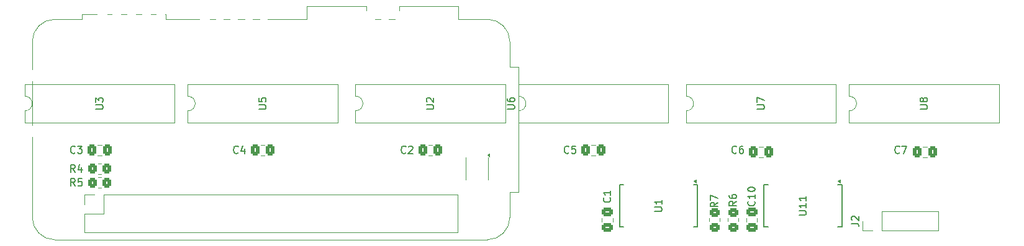
<source format=gbr>
%TF.GenerationSoftware,KiCad,Pcbnew,8.0.4+dfsg-1*%
%TF.CreationDate,2025-02-17T17:51:02+01:00*%
%TF.ProjectId,nixie-clock,6e697869-652d-4636-9c6f-636b2e6b6963,rev?*%
%TF.SameCoordinates,Original*%
%TF.FileFunction,Legend,Top*%
%TF.FilePolarity,Positive*%
%FSLAX46Y46*%
G04 Gerber Fmt 4.6, Leading zero omitted, Abs format (unit mm)*
G04 Created by KiCad (PCBNEW 8.0.4+dfsg-1) date 2025-02-17 17:51:02*
%MOMM*%
%LPD*%
G01*
G04 APERTURE LIST*
G04 Aperture macros list*
%AMRoundRect*
0 Rectangle with rounded corners*
0 $1 Rounding radius*
0 $2 $3 $4 $5 $6 $7 $8 $9 X,Y pos of 4 corners*
0 Add a 4 corners polygon primitive as box body*
4,1,4,$2,$3,$4,$5,$6,$7,$8,$9,$2,$3,0*
0 Add four circle primitives for the rounded corners*
1,1,$1+$1,$2,$3*
1,1,$1+$1,$4,$5*
1,1,$1+$1,$6,$7*
1,1,$1+$1,$8,$9*
0 Add four rect primitives between the rounded corners*
20,1,$1+$1,$2,$3,$4,$5,0*
20,1,$1+$1,$4,$5,$6,$7,0*
20,1,$1+$1,$6,$7,$8,$9,0*
20,1,$1+$1,$8,$9,$2,$3,0*%
G04 Aperture macros list end*
%ADD10C,0.150000*%
%ADD11C,0.120000*%
%ADD12R,0.450000X1.750000*%
%ADD13RoundRect,0.250000X0.337500X0.475000X-0.337500X0.475000X-0.337500X-0.475000X0.337500X-0.475000X0*%
%ADD14R,1.700000X1.700000*%
%ADD15O,1.700000X1.700000*%
%ADD16R,1.600000X1.600000*%
%ADD17O,1.600000X1.600000*%
%ADD18RoundRect,0.250000X0.450000X-0.350000X0.450000X0.350000X-0.450000X0.350000X-0.450000X-0.350000X0*%
%ADD19RoundRect,0.250000X-0.475000X0.337500X-0.475000X-0.337500X0.475000X-0.337500X0.475000X0.337500X0*%
%ADD20RoundRect,0.250000X-0.350000X-0.450000X0.350000X-0.450000X0.350000X0.450000X-0.350000X0.450000X0*%
%ADD21C,4.700000*%
%ADD22C,6.000000*%
%ADD23R,0.300000X1.600000*%
%ADD24R,1.350000X1.350000*%
%ADD25O,1.350000X1.350000*%
G04 APERTURE END LIST*
D10*
X163284819Y-115696904D02*
X164094342Y-115696904D01*
X164094342Y-115696904D02*
X164189580Y-115649285D01*
X164189580Y-115649285D02*
X164237200Y-115601666D01*
X164237200Y-115601666D02*
X164284819Y-115506428D01*
X164284819Y-115506428D02*
X164284819Y-115315952D01*
X164284819Y-115315952D02*
X164237200Y-115220714D01*
X164237200Y-115220714D02*
X164189580Y-115173095D01*
X164189580Y-115173095D02*
X164094342Y-115125476D01*
X164094342Y-115125476D02*
X163284819Y-115125476D01*
X164284819Y-114125476D02*
X164284819Y-114696904D01*
X164284819Y-114411190D02*
X163284819Y-114411190D01*
X163284819Y-114411190D02*
X163427676Y-114506428D01*
X163427676Y-114506428D02*
X163522914Y-114601666D01*
X163522914Y-114601666D02*
X163570533Y-114696904D01*
X196683333Y-107674580D02*
X196635714Y-107722200D01*
X196635714Y-107722200D02*
X196492857Y-107769819D01*
X196492857Y-107769819D02*
X196397619Y-107769819D01*
X196397619Y-107769819D02*
X196254762Y-107722200D01*
X196254762Y-107722200D02*
X196159524Y-107626961D01*
X196159524Y-107626961D02*
X196111905Y-107531723D01*
X196111905Y-107531723D02*
X196064286Y-107341247D01*
X196064286Y-107341247D02*
X196064286Y-107198390D01*
X196064286Y-107198390D02*
X196111905Y-107007914D01*
X196111905Y-107007914D02*
X196159524Y-106912676D01*
X196159524Y-106912676D02*
X196254762Y-106817438D01*
X196254762Y-106817438D02*
X196397619Y-106769819D01*
X196397619Y-106769819D02*
X196492857Y-106769819D01*
X196492857Y-106769819D02*
X196635714Y-106817438D01*
X196635714Y-106817438D02*
X196683333Y-106865057D01*
X197016667Y-106769819D02*
X197683333Y-106769819D01*
X197683333Y-106769819D02*
X197254762Y-107769819D01*
X190124819Y-117333333D02*
X190839104Y-117333333D01*
X190839104Y-117333333D02*
X190981961Y-117380952D01*
X190981961Y-117380952D02*
X191077200Y-117476190D01*
X191077200Y-117476190D02*
X191124819Y-117619047D01*
X191124819Y-117619047D02*
X191124819Y-117714285D01*
X190220057Y-116904761D02*
X190172438Y-116857142D01*
X190172438Y-116857142D02*
X190124819Y-116761904D01*
X190124819Y-116761904D02*
X190124819Y-116523809D01*
X190124819Y-116523809D02*
X190172438Y-116428571D01*
X190172438Y-116428571D02*
X190220057Y-116380952D01*
X190220057Y-116380952D02*
X190315295Y-116333333D01*
X190315295Y-116333333D02*
X190410533Y-116333333D01*
X190410533Y-116333333D02*
X190553390Y-116380952D01*
X190553390Y-116380952D02*
X191124819Y-116952380D01*
X191124819Y-116952380D02*
X191124819Y-116333333D01*
X143189819Y-101716904D02*
X143999342Y-101716904D01*
X143999342Y-101716904D02*
X144094580Y-101669285D01*
X144094580Y-101669285D02*
X144142200Y-101621666D01*
X144142200Y-101621666D02*
X144189819Y-101526428D01*
X144189819Y-101526428D02*
X144189819Y-101335952D01*
X144189819Y-101335952D02*
X144142200Y-101240714D01*
X144142200Y-101240714D02*
X144094580Y-101193095D01*
X144094580Y-101193095D02*
X143999342Y-101145476D01*
X143999342Y-101145476D02*
X143189819Y-101145476D01*
X143189819Y-100240714D02*
X143189819Y-100431190D01*
X143189819Y-100431190D02*
X143237438Y-100526428D01*
X143237438Y-100526428D02*
X143285057Y-100574047D01*
X143285057Y-100574047D02*
X143427914Y-100669285D01*
X143427914Y-100669285D02*
X143618390Y-100716904D01*
X143618390Y-100716904D02*
X143999342Y-100716904D01*
X143999342Y-100716904D02*
X144094580Y-100669285D01*
X144094580Y-100669285D02*
X144142200Y-100621666D01*
X144142200Y-100621666D02*
X144189819Y-100526428D01*
X144189819Y-100526428D02*
X144189819Y-100335952D01*
X144189819Y-100335952D02*
X144142200Y-100240714D01*
X144142200Y-100240714D02*
X144094580Y-100193095D01*
X144094580Y-100193095D02*
X143999342Y-100145476D01*
X143999342Y-100145476D02*
X143761247Y-100145476D01*
X143761247Y-100145476D02*
X143666009Y-100193095D01*
X143666009Y-100193095D02*
X143618390Y-100240714D01*
X143618390Y-100240714D02*
X143570771Y-100335952D01*
X143570771Y-100335952D02*
X143570771Y-100526428D01*
X143570771Y-100526428D02*
X143618390Y-100621666D01*
X143618390Y-100621666D02*
X143666009Y-100669285D01*
X143666009Y-100669285D02*
X143761247Y-100716904D01*
X171904819Y-114466666D02*
X171428628Y-114799999D01*
X171904819Y-115038094D02*
X170904819Y-115038094D01*
X170904819Y-115038094D02*
X170904819Y-114657142D01*
X170904819Y-114657142D02*
X170952438Y-114561904D01*
X170952438Y-114561904D02*
X171000057Y-114514285D01*
X171000057Y-114514285D02*
X171095295Y-114466666D01*
X171095295Y-114466666D02*
X171238152Y-114466666D01*
X171238152Y-114466666D02*
X171333390Y-114514285D01*
X171333390Y-114514285D02*
X171381009Y-114561904D01*
X171381009Y-114561904D02*
X171428628Y-114657142D01*
X171428628Y-114657142D02*
X171428628Y-115038094D01*
X170904819Y-114133332D02*
X170904819Y-113466666D01*
X170904819Y-113466666D02*
X171904819Y-113895237D01*
X176889580Y-114307857D02*
X176937200Y-114355476D01*
X176937200Y-114355476D02*
X176984819Y-114498333D01*
X176984819Y-114498333D02*
X176984819Y-114593571D01*
X176984819Y-114593571D02*
X176937200Y-114736428D01*
X176937200Y-114736428D02*
X176841961Y-114831666D01*
X176841961Y-114831666D02*
X176746723Y-114879285D01*
X176746723Y-114879285D02*
X176556247Y-114926904D01*
X176556247Y-114926904D02*
X176413390Y-114926904D01*
X176413390Y-114926904D02*
X176222914Y-114879285D01*
X176222914Y-114879285D02*
X176127676Y-114831666D01*
X176127676Y-114831666D02*
X176032438Y-114736428D01*
X176032438Y-114736428D02*
X175984819Y-114593571D01*
X175984819Y-114593571D02*
X175984819Y-114498333D01*
X175984819Y-114498333D02*
X176032438Y-114355476D01*
X176032438Y-114355476D02*
X176080057Y-114307857D01*
X176984819Y-113355476D02*
X176984819Y-113926904D01*
X176984819Y-113641190D02*
X175984819Y-113641190D01*
X175984819Y-113641190D02*
X176127676Y-113736428D01*
X176127676Y-113736428D02*
X176222914Y-113831666D01*
X176222914Y-113831666D02*
X176270533Y-113926904D01*
X175984819Y-112736428D02*
X175984819Y-112641190D01*
X175984819Y-112641190D02*
X176032438Y-112545952D01*
X176032438Y-112545952D02*
X176080057Y-112498333D01*
X176080057Y-112498333D02*
X176175295Y-112450714D01*
X176175295Y-112450714D02*
X176365771Y-112403095D01*
X176365771Y-112403095D02*
X176603866Y-112403095D01*
X176603866Y-112403095D02*
X176794342Y-112450714D01*
X176794342Y-112450714D02*
X176889580Y-112498333D01*
X176889580Y-112498333D02*
X176937200Y-112545952D01*
X176937200Y-112545952D02*
X176984819Y-112641190D01*
X176984819Y-112641190D02*
X176984819Y-112736428D01*
X176984819Y-112736428D02*
X176937200Y-112831666D01*
X176937200Y-112831666D02*
X176889580Y-112879285D01*
X176889580Y-112879285D02*
X176794342Y-112926904D01*
X176794342Y-112926904D02*
X176603866Y-112974523D01*
X176603866Y-112974523D02*
X176365771Y-112974523D01*
X176365771Y-112974523D02*
X176175295Y-112926904D01*
X176175295Y-112926904D02*
X176080057Y-112879285D01*
X176080057Y-112879285D02*
X176032438Y-112831666D01*
X176032438Y-112831666D02*
X175984819Y-112736428D01*
X199479819Y-101726904D02*
X200289342Y-101726904D01*
X200289342Y-101726904D02*
X200384580Y-101679285D01*
X200384580Y-101679285D02*
X200432200Y-101631666D01*
X200432200Y-101631666D02*
X200479819Y-101536428D01*
X200479819Y-101536428D02*
X200479819Y-101345952D01*
X200479819Y-101345952D02*
X200432200Y-101250714D01*
X200432200Y-101250714D02*
X200384580Y-101203095D01*
X200384580Y-101203095D02*
X200289342Y-101155476D01*
X200289342Y-101155476D02*
X199479819Y-101155476D01*
X199908390Y-100536428D02*
X199860771Y-100631666D01*
X199860771Y-100631666D02*
X199813152Y-100679285D01*
X199813152Y-100679285D02*
X199717914Y-100726904D01*
X199717914Y-100726904D02*
X199670295Y-100726904D01*
X199670295Y-100726904D02*
X199575057Y-100679285D01*
X199575057Y-100679285D02*
X199527438Y-100631666D01*
X199527438Y-100631666D02*
X199479819Y-100536428D01*
X199479819Y-100536428D02*
X199479819Y-100345952D01*
X199479819Y-100345952D02*
X199527438Y-100250714D01*
X199527438Y-100250714D02*
X199575057Y-100203095D01*
X199575057Y-100203095D02*
X199670295Y-100155476D01*
X199670295Y-100155476D02*
X199717914Y-100155476D01*
X199717914Y-100155476D02*
X199813152Y-100203095D01*
X199813152Y-100203095D02*
X199860771Y-100250714D01*
X199860771Y-100250714D02*
X199908390Y-100345952D01*
X199908390Y-100345952D02*
X199908390Y-100536428D01*
X199908390Y-100536428D02*
X199956009Y-100631666D01*
X199956009Y-100631666D02*
X200003628Y-100679285D01*
X200003628Y-100679285D02*
X200098866Y-100726904D01*
X200098866Y-100726904D02*
X200289342Y-100726904D01*
X200289342Y-100726904D02*
X200384580Y-100679285D01*
X200384580Y-100679285D02*
X200432200Y-100631666D01*
X200432200Y-100631666D02*
X200479819Y-100536428D01*
X200479819Y-100536428D02*
X200479819Y-100345952D01*
X200479819Y-100345952D02*
X200432200Y-100250714D01*
X200432200Y-100250714D02*
X200384580Y-100203095D01*
X200384580Y-100203095D02*
X200289342Y-100155476D01*
X200289342Y-100155476D02*
X200098866Y-100155476D01*
X200098866Y-100155476D02*
X200003628Y-100203095D01*
X200003628Y-100203095D02*
X199956009Y-100250714D01*
X199956009Y-100250714D02*
X199908390Y-100345952D01*
X87084819Y-101726904D02*
X87894342Y-101726904D01*
X87894342Y-101726904D02*
X87989580Y-101679285D01*
X87989580Y-101679285D02*
X88037200Y-101631666D01*
X88037200Y-101631666D02*
X88084819Y-101536428D01*
X88084819Y-101536428D02*
X88084819Y-101345952D01*
X88084819Y-101345952D02*
X88037200Y-101250714D01*
X88037200Y-101250714D02*
X87989580Y-101203095D01*
X87989580Y-101203095D02*
X87894342Y-101155476D01*
X87894342Y-101155476D02*
X87084819Y-101155476D01*
X87084819Y-100774523D02*
X87084819Y-100155476D01*
X87084819Y-100155476D02*
X87465771Y-100488809D01*
X87465771Y-100488809D02*
X87465771Y-100345952D01*
X87465771Y-100345952D02*
X87513390Y-100250714D01*
X87513390Y-100250714D02*
X87561009Y-100203095D01*
X87561009Y-100203095D02*
X87656247Y-100155476D01*
X87656247Y-100155476D02*
X87894342Y-100155476D01*
X87894342Y-100155476D02*
X87989580Y-100203095D01*
X87989580Y-100203095D02*
X88037200Y-100250714D01*
X88037200Y-100250714D02*
X88084819Y-100345952D01*
X88084819Y-100345952D02*
X88084819Y-100631666D01*
X88084819Y-100631666D02*
X88037200Y-100726904D01*
X88037200Y-100726904D02*
X87989580Y-100774523D01*
X132169819Y-101716904D02*
X132979342Y-101716904D01*
X132979342Y-101716904D02*
X133074580Y-101669285D01*
X133074580Y-101669285D02*
X133122200Y-101621666D01*
X133122200Y-101621666D02*
X133169819Y-101526428D01*
X133169819Y-101526428D02*
X133169819Y-101335952D01*
X133169819Y-101335952D02*
X133122200Y-101240714D01*
X133122200Y-101240714D02*
X133074580Y-101193095D01*
X133074580Y-101193095D02*
X132979342Y-101145476D01*
X132979342Y-101145476D02*
X132169819Y-101145476D01*
X132265057Y-100716904D02*
X132217438Y-100669285D01*
X132217438Y-100669285D02*
X132169819Y-100574047D01*
X132169819Y-100574047D02*
X132169819Y-100335952D01*
X132169819Y-100335952D02*
X132217438Y-100240714D01*
X132217438Y-100240714D02*
X132265057Y-100193095D01*
X132265057Y-100193095D02*
X132360295Y-100145476D01*
X132360295Y-100145476D02*
X132455533Y-100145476D01*
X132455533Y-100145476D02*
X132598390Y-100193095D01*
X132598390Y-100193095D02*
X133169819Y-100764523D01*
X133169819Y-100764523D02*
X133169819Y-100145476D01*
X84288333Y-112214819D02*
X83955000Y-111738628D01*
X83716905Y-112214819D02*
X83716905Y-111214819D01*
X83716905Y-111214819D02*
X84097857Y-111214819D01*
X84097857Y-111214819D02*
X84193095Y-111262438D01*
X84193095Y-111262438D02*
X84240714Y-111310057D01*
X84240714Y-111310057D02*
X84288333Y-111405295D01*
X84288333Y-111405295D02*
X84288333Y-111548152D01*
X84288333Y-111548152D02*
X84240714Y-111643390D01*
X84240714Y-111643390D02*
X84193095Y-111691009D01*
X84193095Y-111691009D02*
X84097857Y-111738628D01*
X84097857Y-111738628D02*
X83716905Y-111738628D01*
X85193095Y-111214819D02*
X84716905Y-111214819D01*
X84716905Y-111214819D02*
X84669286Y-111691009D01*
X84669286Y-111691009D02*
X84716905Y-111643390D01*
X84716905Y-111643390D02*
X84812143Y-111595771D01*
X84812143Y-111595771D02*
X85050238Y-111595771D01*
X85050238Y-111595771D02*
X85145476Y-111643390D01*
X85145476Y-111643390D02*
X85193095Y-111691009D01*
X85193095Y-111691009D02*
X85240714Y-111786247D01*
X85240714Y-111786247D02*
X85240714Y-112024342D01*
X85240714Y-112024342D02*
X85193095Y-112119580D01*
X85193095Y-112119580D02*
X85145476Y-112167200D01*
X85145476Y-112167200D02*
X85050238Y-112214819D01*
X85050238Y-112214819D02*
X84812143Y-112214819D01*
X84812143Y-112214819D02*
X84716905Y-112167200D01*
X84716905Y-112167200D02*
X84669286Y-112119580D01*
X174444819Y-114311666D02*
X173968628Y-114644999D01*
X174444819Y-114883094D02*
X173444819Y-114883094D01*
X173444819Y-114883094D02*
X173444819Y-114502142D01*
X173444819Y-114502142D02*
X173492438Y-114406904D01*
X173492438Y-114406904D02*
X173540057Y-114359285D01*
X173540057Y-114359285D02*
X173635295Y-114311666D01*
X173635295Y-114311666D02*
X173778152Y-114311666D01*
X173778152Y-114311666D02*
X173873390Y-114359285D01*
X173873390Y-114359285D02*
X173921009Y-114406904D01*
X173921009Y-114406904D02*
X173968628Y-114502142D01*
X173968628Y-114502142D02*
X173968628Y-114883094D01*
X173444819Y-113454523D02*
X173444819Y-113644999D01*
X173444819Y-113644999D02*
X173492438Y-113740237D01*
X173492438Y-113740237D02*
X173540057Y-113787856D01*
X173540057Y-113787856D02*
X173682914Y-113883094D01*
X173682914Y-113883094D02*
X173873390Y-113930713D01*
X173873390Y-113930713D02*
X174254342Y-113930713D01*
X174254342Y-113930713D02*
X174349580Y-113883094D01*
X174349580Y-113883094D02*
X174397200Y-113835475D01*
X174397200Y-113835475D02*
X174444819Y-113740237D01*
X174444819Y-113740237D02*
X174444819Y-113549761D01*
X174444819Y-113549761D02*
X174397200Y-113454523D01*
X174397200Y-113454523D02*
X174349580Y-113406904D01*
X174349580Y-113406904D02*
X174254342Y-113359285D01*
X174254342Y-113359285D02*
X174016247Y-113359285D01*
X174016247Y-113359285D02*
X173921009Y-113406904D01*
X173921009Y-113406904D02*
X173873390Y-113454523D01*
X173873390Y-113454523D02*
X173825771Y-113549761D01*
X173825771Y-113549761D02*
X173825771Y-113740237D01*
X173825771Y-113740237D02*
X173873390Y-113835475D01*
X173873390Y-113835475D02*
X173921009Y-113883094D01*
X173921009Y-113883094D02*
X174016247Y-113930713D01*
X177254819Y-101726904D02*
X178064342Y-101726904D01*
X178064342Y-101726904D02*
X178159580Y-101679285D01*
X178159580Y-101679285D02*
X178207200Y-101631666D01*
X178207200Y-101631666D02*
X178254819Y-101536428D01*
X178254819Y-101536428D02*
X178254819Y-101345952D01*
X178254819Y-101345952D02*
X178207200Y-101250714D01*
X178207200Y-101250714D02*
X178159580Y-101203095D01*
X178159580Y-101203095D02*
X178064342Y-101155476D01*
X178064342Y-101155476D02*
X177254819Y-101155476D01*
X177254819Y-100774523D02*
X177254819Y-100107857D01*
X177254819Y-100107857D02*
X178254819Y-100536428D01*
X84288333Y-110309819D02*
X83955000Y-109833628D01*
X83716905Y-110309819D02*
X83716905Y-109309819D01*
X83716905Y-109309819D02*
X84097857Y-109309819D01*
X84097857Y-109309819D02*
X84193095Y-109357438D01*
X84193095Y-109357438D02*
X84240714Y-109405057D01*
X84240714Y-109405057D02*
X84288333Y-109500295D01*
X84288333Y-109500295D02*
X84288333Y-109643152D01*
X84288333Y-109643152D02*
X84240714Y-109738390D01*
X84240714Y-109738390D02*
X84193095Y-109786009D01*
X84193095Y-109786009D02*
X84097857Y-109833628D01*
X84097857Y-109833628D02*
X83716905Y-109833628D01*
X85145476Y-109643152D02*
X85145476Y-110309819D01*
X84907381Y-109262200D02*
X84669286Y-109976485D01*
X84669286Y-109976485D02*
X85288333Y-109976485D01*
X129373333Y-107674580D02*
X129325714Y-107722200D01*
X129325714Y-107722200D02*
X129182857Y-107769819D01*
X129182857Y-107769819D02*
X129087619Y-107769819D01*
X129087619Y-107769819D02*
X128944762Y-107722200D01*
X128944762Y-107722200D02*
X128849524Y-107626961D01*
X128849524Y-107626961D02*
X128801905Y-107531723D01*
X128801905Y-107531723D02*
X128754286Y-107341247D01*
X128754286Y-107341247D02*
X128754286Y-107198390D01*
X128754286Y-107198390D02*
X128801905Y-107007914D01*
X128801905Y-107007914D02*
X128849524Y-106912676D01*
X128849524Y-106912676D02*
X128944762Y-106817438D01*
X128944762Y-106817438D02*
X129087619Y-106769819D01*
X129087619Y-106769819D02*
X129182857Y-106769819D01*
X129182857Y-106769819D02*
X129325714Y-106817438D01*
X129325714Y-106817438D02*
X129373333Y-106865057D01*
X129754286Y-106865057D02*
X129801905Y-106817438D01*
X129801905Y-106817438D02*
X129897143Y-106769819D01*
X129897143Y-106769819D02*
X130135238Y-106769819D01*
X130135238Y-106769819D02*
X130230476Y-106817438D01*
X130230476Y-106817438D02*
X130278095Y-106865057D01*
X130278095Y-106865057D02*
X130325714Y-106960295D01*
X130325714Y-106960295D02*
X130325714Y-107055533D01*
X130325714Y-107055533D02*
X130278095Y-107198390D01*
X130278095Y-107198390D02*
X129706667Y-107769819D01*
X129706667Y-107769819D02*
X130325714Y-107769819D01*
X182969819Y-116173094D02*
X183779342Y-116173094D01*
X183779342Y-116173094D02*
X183874580Y-116125475D01*
X183874580Y-116125475D02*
X183922200Y-116077856D01*
X183922200Y-116077856D02*
X183969819Y-115982618D01*
X183969819Y-115982618D02*
X183969819Y-115792142D01*
X183969819Y-115792142D02*
X183922200Y-115696904D01*
X183922200Y-115696904D02*
X183874580Y-115649285D01*
X183874580Y-115649285D02*
X183779342Y-115601666D01*
X183779342Y-115601666D02*
X182969819Y-115601666D01*
X183969819Y-114601666D02*
X183969819Y-115173094D01*
X183969819Y-114887380D02*
X182969819Y-114887380D01*
X182969819Y-114887380D02*
X183112676Y-114982618D01*
X183112676Y-114982618D02*
X183207914Y-115077856D01*
X183207914Y-115077856D02*
X183255533Y-115173094D01*
X183969819Y-113649285D02*
X183969819Y-114220713D01*
X183969819Y-113934999D02*
X182969819Y-113934999D01*
X182969819Y-113934999D02*
X183112676Y-114030237D01*
X183112676Y-114030237D02*
X183207914Y-114125475D01*
X183207914Y-114125475D02*
X183255533Y-114220713D01*
X109309819Y-101726904D02*
X110119342Y-101726904D01*
X110119342Y-101726904D02*
X110214580Y-101679285D01*
X110214580Y-101679285D02*
X110262200Y-101631666D01*
X110262200Y-101631666D02*
X110309819Y-101536428D01*
X110309819Y-101536428D02*
X110309819Y-101345952D01*
X110309819Y-101345952D02*
X110262200Y-101250714D01*
X110262200Y-101250714D02*
X110214580Y-101203095D01*
X110214580Y-101203095D02*
X110119342Y-101155476D01*
X110119342Y-101155476D02*
X109309819Y-101155476D01*
X109309819Y-100203095D02*
X109309819Y-100679285D01*
X109309819Y-100679285D02*
X109786009Y-100726904D01*
X109786009Y-100726904D02*
X109738390Y-100679285D01*
X109738390Y-100679285D02*
X109690771Y-100584047D01*
X109690771Y-100584047D02*
X109690771Y-100345952D01*
X109690771Y-100345952D02*
X109738390Y-100250714D01*
X109738390Y-100250714D02*
X109786009Y-100203095D01*
X109786009Y-100203095D02*
X109881247Y-100155476D01*
X109881247Y-100155476D02*
X110119342Y-100155476D01*
X110119342Y-100155476D02*
X110214580Y-100203095D01*
X110214580Y-100203095D02*
X110262200Y-100250714D01*
X110262200Y-100250714D02*
X110309819Y-100345952D01*
X110309819Y-100345952D02*
X110309819Y-100584047D01*
X110309819Y-100584047D02*
X110262200Y-100679285D01*
X110262200Y-100679285D02*
X110214580Y-100726904D01*
X84288333Y-107674580D02*
X84240714Y-107722200D01*
X84240714Y-107722200D02*
X84097857Y-107769819D01*
X84097857Y-107769819D02*
X84002619Y-107769819D01*
X84002619Y-107769819D02*
X83859762Y-107722200D01*
X83859762Y-107722200D02*
X83764524Y-107626961D01*
X83764524Y-107626961D02*
X83716905Y-107531723D01*
X83716905Y-107531723D02*
X83669286Y-107341247D01*
X83669286Y-107341247D02*
X83669286Y-107198390D01*
X83669286Y-107198390D02*
X83716905Y-107007914D01*
X83716905Y-107007914D02*
X83764524Y-106912676D01*
X83764524Y-106912676D02*
X83859762Y-106817438D01*
X83859762Y-106817438D02*
X84002619Y-106769819D01*
X84002619Y-106769819D02*
X84097857Y-106769819D01*
X84097857Y-106769819D02*
X84240714Y-106817438D01*
X84240714Y-106817438D02*
X84288333Y-106865057D01*
X84621667Y-106769819D02*
X85240714Y-106769819D01*
X85240714Y-106769819D02*
X84907381Y-107150771D01*
X84907381Y-107150771D02*
X85050238Y-107150771D01*
X85050238Y-107150771D02*
X85145476Y-107198390D01*
X85145476Y-107198390D02*
X85193095Y-107246009D01*
X85193095Y-107246009D02*
X85240714Y-107341247D01*
X85240714Y-107341247D02*
X85240714Y-107579342D01*
X85240714Y-107579342D02*
X85193095Y-107674580D01*
X85193095Y-107674580D02*
X85145476Y-107722200D01*
X85145476Y-107722200D02*
X85050238Y-107769819D01*
X85050238Y-107769819D02*
X84764524Y-107769819D01*
X84764524Y-107769819D02*
X84669286Y-107722200D01*
X84669286Y-107722200D02*
X84621667Y-107674580D01*
X106513333Y-107674580D02*
X106465714Y-107722200D01*
X106465714Y-107722200D02*
X106322857Y-107769819D01*
X106322857Y-107769819D02*
X106227619Y-107769819D01*
X106227619Y-107769819D02*
X106084762Y-107722200D01*
X106084762Y-107722200D02*
X105989524Y-107626961D01*
X105989524Y-107626961D02*
X105941905Y-107531723D01*
X105941905Y-107531723D02*
X105894286Y-107341247D01*
X105894286Y-107341247D02*
X105894286Y-107198390D01*
X105894286Y-107198390D02*
X105941905Y-107007914D01*
X105941905Y-107007914D02*
X105989524Y-106912676D01*
X105989524Y-106912676D02*
X106084762Y-106817438D01*
X106084762Y-106817438D02*
X106227619Y-106769819D01*
X106227619Y-106769819D02*
X106322857Y-106769819D01*
X106322857Y-106769819D02*
X106465714Y-106817438D01*
X106465714Y-106817438D02*
X106513333Y-106865057D01*
X107370476Y-107103152D02*
X107370476Y-107769819D01*
X107132381Y-106722200D02*
X106894286Y-107436485D01*
X106894286Y-107436485D02*
X107513333Y-107436485D01*
X174458333Y-107674580D02*
X174410714Y-107722200D01*
X174410714Y-107722200D02*
X174267857Y-107769819D01*
X174267857Y-107769819D02*
X174172619Y-107769819D01*
X174172619Y-107769819D02*
X174029762Y-107722200D01*
X174029762Y-107722200D02*
X173934524Y-107626961D01*
X173934524Y-107626961D02*
X173886905Y-107531723D01*
X173886905Y-107531723D02*
X173839286Y-107341247D01*
X173839286Y-107341247D02*
X173839286Y-107198390D01*
X173839286Y-107198390D02*
X173886905Y-107007914D01*
X173886905Y-107007914D02*
X173934524Y-106912676D01*
X173934524Y-106912676D02*
X174029762Y-106817438D01*
X174029762Y-106817438D02*
X174172619Y-106769819D01*
X174172619Y-106769819D02*
X174267857Y-106769819D01*
X174267857Y-106769819D02*
X174410714Y-106817438D01*
X174410714Y-106817438D02*
X174458333Y-106865057D01*
X175315476Y-106769819D02*
X175125000Y-106769819D01*
X175125000Y-106769819D02*
X175029762Y-106817438D01*
X175029762Y-106817438D02*
X174982143Y-106865057D01*
X174982143Y-106865057D02*
X174886905Y-107007914D01*
X174886905Y-107007914D02*
X174839286Y-107198390D01*
X174839286Y-107198390D02*
X174839286Y-107579342D01*
X174839286Y-107579342D02*
X174886905Y-107674580D01*
X174886905Y-107674580D02*
X174934524Y-107722200D01*
X174934524Y-107722200D02*
X175029762Y-107769819D01*
X175029762Y-107769819D02*
X175220238Y-107769819D01*
X175220238Y-107769819D02*
X175315476Y-107722200D01*
X175315476Y-107722200D02*
X175363095Y-107674580D01*
X175363095Y-107674580D02*
X175410714Y-107579342D01*
X175410714Y-107579342D02*
X175410714Y-107341247D01*
X175410714Y-107341247D02*
X175363095Y-107246009D01*
X175363095Y-107246009D02*
X175315476Y-107198390D01*
X175315476Y-107198390D02*
X175220238Y-107150771D01*
X175220238Y-107150771D02*
X175029762Y-107150771D01*
X175029762Y-107150771D02*
X174934524Y-107198390D01*
X174934524Y-107198390D02*
X174886905Y-107246009D01*
X174886905Y-107246009D02*
X174839286Y-107341247D01*
X157204580Y-113831666D02*
X157252200Y-113879285D01*
X157252200Y-113879285D02*
X157299819Y-114022142D01*
X157299819Y-114022142D02*
X157299819Y-114117380D01*
X157299819Y-114117380D02*
X157252200Y-114260237D01*
X157252200Y-114260237D02*
X157156961Y-114355475D01*
X157156961Y-114355475D02*
X157061723Y-114403094D01*
X157061723Y-114403094D02*
X156871247Y-114450713D01*
X156871247Y-114450713D02*
X156728390Y-114450713D01*
X156728390Y-114450713D02*
X156537914Y-114403094D01*
X156537914Y-114403094D02*
X156442676Y-114355475D01*
X156442676Y-114355475D02*
X156347438Y-114260237D01*
X156347438Y-114260237D02*
X156299819Y-114117380D01*
X156299819Y-114117380D02*
X156299819Y-114022142D01*
X156299819Y-114022142D02*
X156347438Y-113879285D01*
X156347438Y-113879285D02*
X156395057Y-113831666D01*
X157299819Y-112879285D02*
X157299819Y-113450713D01*
X157299819Y-113164999D02*
X156299819Y-113164999D01*
X156299819Y-113164999D02*
X156442676Y-113260237D01*
X156442676Y-113260237D02*
X156537914Y-113355475D01*
X156537914Y-113355475D02*
X156585533Y-113450713D01*
X151598333Y-107674580D02*
X151550714Y-107722200D01*
X151550714Y-107722200D02*
X151407857Y-107769819D01*
X151407857Y-107769819D02*
X151312619Y-107769819D01*
X151312619Y-107769819D02*
X151169762Y-107722200D01*
X151169762Y-107722200D02*
X151074524Y-107626961D01*
X151074524Y-107626961D02*
X151026905Y-107531723D01*
X151026905Y-107531723D02*
X150979286Y-107341247D01*
X150979286Y-107341247D02*
X150979286Y-107198390D01*
X150979286Y-107198390D02*
X151026905Y-107007914D01*
X151026905Y-107007914D02*
X151074524Y-106912676D01*
X151074524Y-106912676D02*
X151169762Y-106817438D01*
X151169762Y-106817438D02*
X151312619Y-106769819D01*
X151312619Y-106769819D02*
X151407857Y-106769819D01*
X151407857Y-106769819D02*
X151550714Y-106817438D01*
X151550714Y-106817438D02*
X151598333Y-106865057D01*
X152503095Y-106769819D02*
X152026905Y-106769819D01*
X152026905Y-106769819D02*
X151979286Y-107246009D01*
X151979286Y-107246009D02*
X152026905Y-107198390D01*
X152026905Y-107198390D02*
X152122143Y-107150771D01*
X152122143Y-107150771D02*
X152360238Y-107150771D01*
X152360238Y-107150771D02*
X152455476Y-107198390D01*
X152455476Y-107198390D02*
X152503095Y-107246009D01*
X152503095Y-107246009D02*
X152550714Y-107341247D01*
X152550714Y-107341247D02*
X152550714Y-107579342D01*
X152550714Y-107579342D02*
X152503095Y-107674580D01*
X152503095Y-107674580D02*
X152455476Y-107722200D01*
X152455476Y-107722200D02*
X152360238Y-107769819D01*
X152360238Y-107769819D02*
X152122143Y-107769819D01*
X152122143Y-107769819D02*
X152026905Y-107722200D01*
X152026905Y-107722200D02*
X151979286Y-107674580D01*
%TO.C,U1*%
X158505000Y-112060000D02*
X158505000Y-117810000D01*
X159080000Y-112060000D02*
X158505000Y-112060000D01*
X159080000Y-117810000D02*
X158505000Y-117810000D01*
X169155000Y-112060000D02*
X168580000Y-112060000D01*
X169155000Y-112060000D02*
X169155000Y-117810000D01*
X169155000Y-117810000D02*
X168580000Y-117810000D01*
D11*
X168910000Y-111800000D02*
X168580000Y-111560000D01*
X168910000Y-111320000D01*
X168910000Y-111800000D01*
G36*
X168910000Y-111800000D02*
G01*
X168580000Y-111560000D01*
X168910000Y-111320000D01*
X168910000Y-111800000D01*
G37*
%TO.C,C7*%
X200413252Y-106834000D02*
X199890748Y-106834000D01*
X200413252Y-108304000D02*
X199890748Y-108304000D01*
%TO.C,J2*%
X191670000Y-118330000D02*
X191670000Y-117000000D01*
X193000000Y-118330000D02*
X191670000Y-118330000D01*
X194270000Y-115670000D02*
X201950000Y-115670000D01*
X194270000Y-118330000D02*
X194270000Y-115670000D01*
X194270000Y-118330000D02*
X201950000Y-118330000D01*
X201950000Y-118330000D02*
X201950000Y-115670000D01*
%TO.C,U6*%
X144735000Y-98305000D02*
X144735000Y-99955000D01*
X144735000Y-101955000D02*
X144735000Y-103605000D01*
X144735000Y-103605000D02*
X165175000Y-103605000D01*
X165175000Y-98305000D02*
X144735000Y-98305000D01*
X165175000Y-103605000D02*
X165175000Y-98305000D01*
X144735000Y-99955000D02*
G75*
G02*
X144735000Y-101955000I0J-1000000D01*
G01*
%TO.C,R7*%
X170715000Y-117067064D02*
X170715000Y-116612936D01*
X172185000Y-117067064D02*
X172185000Y-116612936D01*
%TO.C,C10*%
X175795000Y-116578748D02*
X175795000Y-117101252D01*
X177265000Y-116578748D02*
X177265000Y-117101252D01*
%TO.C,U8*%
X189820000Y-98305000D02*
X189820000Y-99955000D01*
X189820000Y-101955000D02*
X189820000Y-103605000D01*
X189820000Y-103605000D02*
X210260000Y-103605000D01*
X210260000Y-98305000D02*
X189820000Y-98305000D01*
X210260000Y-103605000D02*
X210260000Y-98305000D01*
X189820000Y-99955000D02*
G75*
G02*
X189820000Y-101955000I0J-1000000D01*
G01*
%TO.C,U3*%
X77425000Y-98305000D02*
X77425000Y-99955000D01*
X77425000Y-101955000D02*
X77425000Y-103605000D01*
X77425000Y-103605000D02*
X97865000Y-103605000D01*
X97865000Y-98305000D02*
X77425000Y-98305000D01*
X97865000Y-103605000D02*
X97865000Y-98305000D01*
X77425000Y-99955000D02*
G75*
G02*
X77425000Y-101955000I0J-1000000D01*
G01*
%TO.C,U2*%
X122510000Y-98295000D02*
X122510000Y-99945000D01*
X122510000Y-101945000D02*
X122510000Y-103595000D01*
X122510000Y-103595000D02*
X142950000Y-103595000D01*
X142950000Y-98295000D02*
X122510000Y-98295000D01*
X142950000Y-103595000D02*
X142950000Y-98295000D01*
X122510000Y-99945000D02*
G75*
G02*
X122510000Y-101945000I0J-1000000D01*
G01*
%TO.C,R5*%
X87402936Y-111025000D02*
X87857064Y-111025000D01*
X87402936Y-112495000D02*
X87857064Y-112495000D01*
%TO.C,R6*%
X173255000Y-117067064D02*
X173255000Y-116612936D01*
X174725000Y-117067064D02*
X174725000Y-116612936D01*
%TO.C,U7*%
X167595000Y-98305000D02*
X167595000Y-99955000D01*
X167595000Y-101955000D02*
X167595000Y-103605000D01*
X167595000Y-103605000D02*
X188035000Y-103605000D01*
X188035000Y-98305000D02*
X167595000Y-98305000D01*
X188035000Y-103605000D02*
X188035000Y-98305000D01*
X167595000Y-99955000D02*
G75*
G02*
X167595000Y-101955000I0J-1000000D01*
G01*
%TO.C,R4*%
X87402936Y-109120000D02*
X87857064Y-109120000D01*
X87402936Y-110590000D02*
X87857064Y-110590000D01*
%TO.C,C2*%
X132976252Y-106580000D02*
X132453748Y-106580000D01*
X132976252Y-108050000D02*
X132453748Y-108050000D01*
D10*
%TO.C,U11*%
X178190000Y-112060000D02*
X178190000Y-117810000D01*
X178765000Y-112060000D02*
X178190000Y-112060000D01*
X178765000Y-117810000D02*
X178190000Y-117810000D01*
X188840000Y-112060000D02*
X188265000Y-112060000D01*
X188840000Y-112060000D02*
X188840000Y-117810000D01*
X188840000Y-117810000D02*
X188265000Y-117810000D01*
D11*
X188595000Y-111800000D02*
X188265000Y-111560000D01*
X188595000Y-111320000D01*
X188595000Y-111800000D01*
G36*
X188595000Y-111800000D02*
G01*
X188265000Y-111560000D01*
X188595000Y-111320000D01*
X188595000Y-111800000D01*
G37*
%TO.C,U5*%
X99650000Y-98305000D02*
X99650000Y-99955000D01*
X99650000Y-101955000D02*
X99650000Y-103605000D01*
X99650000Y-103605000D02*
X120090000Y-103605000D01*
X120090000Y-98305000D02*
X99650000Y-98305000D01*
X120090000Y-103605000D02*
X120090000Y-98305000D01*
X99650000Y-99955000D02*
G75*
G02*
X99650000Y-101955000I0J-1000000D01*
G01*
%TO.C,C3*%
X87891252Y-106580000D02*
X87368748Y-106580000D01*
X87891252Y-108050000D02*
X87368748Y-108050000D01*
%TO.C,J1*%
X78440000Y-116500000D02*
X78440000Y-92500000D01*
X85190000Y-88740000D02*
X85190000Y-89440000D01*
X85190000Y-89440000D02*
X81500000Y-89440000D01*
X85540000Y-113400000D02*
X86870000Y-113400000D01*
X85540000Y-114730000D02*
X85540000Y-113400000D01*
X85540000Y-116000000D02*
X88140000Y-116000000D01*
X85540000Y-118600000D02*
X85540000Y-116000000D01*
X85540000Y-118600000D02*
X136460000Y-118600000D01*
X88140000Y-113400000D02*
X136460000Y-113400000D01*
X88140000Y-116000000D02*
X88140000Y-113400000D01*
X96610000Y-88740000D02*
X85190000Y-88740000D01*
X96610000Y-89440000D02*
X96610000Y-88740000D01*
X115840000Y-87640000D02*
X115840000Y-89440000D01*
X115840000Y-89440000D02*
X96610000Y-89440000D01*
X123960000Y-87640000D02*
X115840000Y-87640000D01*
X123960000Y-89440000D02*
X123960000Y-87640000D01*
X128440000Y-87640000D02*
X128440000Y-89440000D01*
X128440000Y-89440000D02*
X123960000Y-89440000D01*
X136460000Y-118600000D02*
X136460000Y-113400000D01*
X136560000Y-87640000D02*
X128440000Y-87640000D01*
X136560000Y-89440000D02*
X136560000Y-87640000D01*
X140500000Y-89440000D02*
X136560000Y-89440000D01*
X140500000Y-119560000D02*
X81500000Y-119560000D01*
X143560000Y-95940000D02*
X143560000Y-92500000D01*
X143560000Y-113060000D02*
X143560000Y-116500000D01*
X143560000Y-113060000D02*
X144760000Y-113060000D01*
X144760000Y-95940000D02*
X143560000Y-95940000D01*
X144760000Y-113060000D02*
X144760000Y-95940000D01*
X78440000Y-92500000D02*
G75*
G02*
X81500000Y-89440000I3060000J0D01*
G01*
X81500000Y-119560000D02*
G75*
G02*
X78440000Y-116500000I-1J3059999D01*
G01*
X140500000Y-89440000D02*
G75*
G02*
X143560000Y-92500000I0J-3060000D01*
G01*
X143560000Y-116500000D02*
G75*
G02*
X140500000Y-119560000I-3059999J-1D01*
G01*
%TO.C,C4*%
X110116252Y-106580000D02*
X109593748Y-106580000D01*
X110116252Y-108050000D02*
X109593748Y-108050000D01*
%TO.C,C6*%
X178061252Y-106834000D02*
X177538748Y-106834000D01*
X178061252Y-108304000D02*
X177538748Y-108304000D01*
%TO.C,C1*%
X156110000Y-116578748D02*
X156110000Y-117101252D01*
X157580000Y-116578748D02*
X157580000Y-117101252D01*
%TO.C,U4*%
X137565000Y-111355000D02*
X137565000Y-108355000D01*
X140565000Y-111355000D02*
X140565000Y-108355000D01*
X140795000Y-108245000D02*
X140465000Y-108005000D01*
X140795000Y-107765000D01*
X140795000Y-108245000D01*
G36*
X140795000Y-108245000D02*
G01*
X140465000Y-108005000D01*
X140795000Y-107765000D01*
X140795000Y-108245000D01*
G37*
%TO.C,C5*%
X155201252Y-106580000D02*
X154678748Y-106580000D01*
X155201252Y-108050000D02*
X154678748Y-108050000D01*
%TD*%
%LPC*%
D12*
%TO.C,U1*%
X168055000Y-111335000D03*
X167405000Y-111335000D03*
X166755000Y-111335000D03*
X166105000Y-111335000D03*
X165455000Y-111335000D03*
X164805000Y-111335000D03*
X164155000Y-111335000D03*
X163505000Y-111335000D03*
X162855000Y-111335000D03*
X162205000Y-111335000D03*
X161555000Y-111335000D03*
X160905000Y-111335000D03*
X160255000Y-111335000D03*
X159605000Y-111335000D03*
X159605000Y-118535000D03*
X160255000Y-118535000D03*
X160905000Y-118535000D03*
X161555000Y-118535000D03*
X162205000Y-118535000D03*
X162855000Y-118535000D03*
X163505000Y-118535000D03*
X164155000Y-118535000D03*
X164805000Y-118535000D03*
X165455000Y-118535000D03*
X166105000Y-118535000D03*
X166755000Y-118535000D03*
X167405000Y-118535000D03*
X168055000Y-118535000D03*
%TD*%
D13*
%TO.C,C7*%
X201189500Y-107569000D03*
X199114500Y-107569000D03*
%TD*%
D14*
%TO.C,J2*%
X193000000Y-117000000D03*
D15*
X195540000Y-117000000D03*
X198080000Y-117000000D03*
X200620000Y-117000000D03*
%TD*%
D16*
%TO.C,U6*%
X146065000Y-104765000D03*
D17*
X148605000Y-104765000D03*
X151145000Y-104765000D03*
X153685000Y-104765000D03*
X156225000Y-104765000D03*
X158765000Y-104765000D03*
X161305000Y-104765000D03*
X163845000Y-104765000D03*
X163845000Y-97145000D03*
X161305000Y-97145000D03*
X158765000Y-97145000D03*
X156225000Y-97145000D03*
X153685000Y-97145000D03*
X151145000Y-97145000D03*
X148605000Y-97145000D03*
X146065000Y-97145000D03*
%TD*%
D18*
%TO.C,R7*%
X171450000Y-117840000D03*
X171450000Y-115840000D03*
%TD*%
D19*
%TO.C,C10*%
X176530000Y-115802500D03*
X176530000Y-117877500D03*
%TD*%
D16*
%TO.C,U8*%
X191150000Y-104765000D03*
D17*
X193690000Y-104765000D03*
X196230000Y-104765000D03*
X198770000Y-104765000D03*
X201310000Y-104765000D03*
X203850000Y-104765000D03*
X206390000Y-104765000D03*
X208930000Y-104765000D03*
X208930000Y-97145000D03*
X206390000Y-97145000D03*
X203850000Y-97145000D03*
X201310000Y-97145000D03*
X198770000Y-97145000D03*
X196230000Y-97145000D03*
X193690000Y-97145000D03*
X191150000Y-97145000D03*
%TD*%
D16*
%TO.C,U3*%
X78755000Y-104765000D03*
D17*
X81295000Y-104765000D03*
X83835000Y-104765000D03*
X86375000Y-104765000D03*
X88915000Y-104765000D03*
X91455000Y-104765000D03*
X93995000Y-104765000D03*
X96535000Y-104765000D03*
X96535000Y-97145000D03*
X93995000Y-97145000D03*
X91455000Y-97145000D03*
X88915000Y-97145000D03*
X86375000Y-97145000D03*
X83835000Y-97145000D03*
X81295000Y-97145000D03*
X78755000Y-97145000D03*
%TD*%
D16*
%TO.C,U2*%
X123840000Y-104755000D03*
D17*
X126380000Y-104755000D03*
X128920000Y-104755000D03*
X131460000Y-104755000D03*
X134000000Y-104755000D03*
X136540000Y-104755000D03*
X139080000Y-104755000D03*
X141620000Y-104755000D03*
X141620000Y-97135000D03*
X139080000Y-97135000D03*
X136540000Y-97135000D03*
X134000000Y-97135000D03*
X131460000Y-97135000D03*
X128920000Y-97135000D03*
X126380000Y-97135000D03*
X123840000Y-97135000D03*
%TD*%
D20*
%TO.C,R5*%
X86630000Y-111760000D03*
X88630000Y-111760000D03*
%TD*%
D21*
%TO.C,H1*%
X206000000Y-116000000D03*
%TD*%
D18*
%TO.C,R6*%
X173990000Y-117840000D03*
X173990000Y-115840000D03*
%TD*%
D21*
%TO.C,H2*%
X206000000Y-91000000D03*
%TD*%
D16*
%TO.C,U7*%
X168925000Y-104765000D03*
D17*
X171465000Y-104765000D03*
X174005000Y-104765000D03*
X176545000Y-104765000D03*
X179085000Y-104765000D03*
X181625000Y-104765000D03*
X184165000Y-104765000D03*
X186705000Y-104765000D03*
X186705000Y-97145000D03*
X184165000Y-97145000D03*
X181625000Y-97145000D03*
X179085000Y-97145000D03*
X176545000Y-97145000D03*
X174005000Y-97145000D03*
X171465000Y-97145000D03*
X168925000Y-97145000D03*
%TD*%
D20*
%TO.C,R4*%
X86630000Y-109855000D03*
X88630000Y-109855000D03*
%TD*%
D13*
%TO.C,C2*%
X133752500Y-107315000D03*
X131677500Y-107315000D03*
%TD*%
D12*
%TO.C,U11*%
X187740000Y-111335000D03*
X187090000Y-111335000D03*
X186440000Y-111335000D03*
X185790000Y-111335000D03*
X185140000Y-111335000D03*
X184490000Y-111335000D03*
X183840000Y-111335000D03*
X183190000Y-111335000D03*
X182540000Y-111335000D03*
X181890000Y-111335000D03*
X181240000Y-111335000D03*
X180590000Y-111335000D03*
X179940000Y-111335000D03*
X179290000Y-111335000D03*
X179290000Y-118535000D03*
X179940000Y-118535000D03*
X180590000Y-118535000D03*
X181240000Y-118535000D03*
X181890000Y-118535000D03*
X182540000Y-118535000D03*
X183190000Y-118535000D03*
X183840000Y-118535000D03*
X184490000Y-118535000D03*
X185140000Y-118535000D03*
X185790000Y-118535000D03*
X186440000Y-118535000D03*
X187090000Y-118535000D03*
X187740000Y-118535000D03*
%TD*%
D21*
%TO.C,H4*%
X150000000Y-116000000D03*
%TD*%
D16*
%TO.C,U5*%
X100980000Y-104765000D03*
D17*
X103520000Y-104765000D03*
X106060000Y-104765000D03*
X108600000Y-104765000D03*
X111140000Y-104765000D03*
X113680000Y-104765000D03*
X116220000Y-104765000D03*
X118760000Y-104765000D03*
X118760000Y-97145000D03*
X116220000Y-97145000D03*
X113680000Y-97145000D03*
X111140000Y-97145000D03*
X108600000Y-97145000D03*
X106060000Y-97145000D03*
X103520000Y-97145000D03*
X100980000Y-97145000D03*
%TD*%
D13*
%TO.C,C3*%
X88667500Y-107315000D03*
X86592500Y-107315000D03*
%TD*%
D22*
%TO.C,J1*%
X82000000Y-116000000D03*
X140000000Y-116000000D03*
X82000000Y-93000000D03*
X140000000Y-93000000D03*
D14*
X86870000Y-114730000D03*
D15*
X86870000Y-117270000D03*
X89410000Y-114730000D03*
X89410000Y-117270000D03*
X91950000Y-114730000D03*
X91950000Y-117270000D03*
X94490000Y-114730000D03*
X94490000Y-117270000D03*
X97030000Y-114730000D03*
X97030000Y-117270000D03*
X99570000Y-114730000D03*
X99570000Y-117270000D03*
X102110000Y-114730000D03*
X102110000Y-117270000D03*
X104650000Y-114730000D03*
X104650000Y-117270000D03*
X107190000Y-114730000D03*
X107190000Y-117270000D03*
X109730000Y-114730000D03*
X109730000Y-117270000D03*
X112270000Y-114730000D03*
X112270000Y-117270000D03*
X114810000Y-114730000D03*
X114810000Y-117270000D03*
X117350000Y-114730000D03*
X117350000Y-117270000D03*
X119890000Y-114730000D03*
X119890000Y-117270000D03*
X122430000Y-114730000D03*
X122430000Y-117270000D03*
X124970000Y-114730000D03*
X124970000Y-117270000D03*
X127510000Y-114730000D03*
X127510000Y-117270000D03*
X130050000Y-114730000D03*
X130050000Y-117270000D03*
X132590000Y-114730000D03*
X132590000Y-117270000D03*
X135130000Y-114730000D03*
X135130000Y-117270000D03*
%TD*%
D13*
%TO.C,C4*%
X110892500Y-107315000D03*
X108817500Y-107315000D03*
%TD*%
%TO.C,C6*%
X178837500Y-107569000D03*
X176762500Y-107569000D03*
%TD*%
D21*
%TO.C,H3*%
X150000000Y-91000000D03*
%TD*%
D19*
%TO.C,C1*%
X156845000Y-115802500D03*
X156845000Y-117877500D03*
%TD*%
D23*
%TO.C,U4*%
X140040000Y-108155000D03*
X139390000Y-108155000D03*
X138740000Y-108155000D03*
X138090000Y-108155000D03*
X138090000Y-111555000D03*
X138740000Y-111555000D03*
X139390000Y-111555000D03*
X140040000Y-111555000D03*
%TD*%
D13*
%TO.C,C5*%
X155977500Y-107315000D03*
X153902500Y-107315000D03*
%TD*%
D24*
%TO.C,J5*%
X102000000Y-89000000D03*
D25*
X102000000Y-91000000D03*
X104000000Y-89000000D03*
X104000000Y-91000000D03*
X106000000Y-89000000D03*
X106000000Y-91000000D03*
X108000000Y-89000000D03*
X108000000Y-91000000D03*
X110000000Y-89000000D03*
X110000000Y-91000000D03*
%TD*%
D24*
%TO.C,J7*%
X155500000Y-89000000D03*
D25*
X155500000Y-91000000D03*
X157500000Y-89000000D03*
X157500000Y-91000000D03*
X159500000Y-89000000D03*
X159500000Y-91000000D03*
X161500000Y-89000000D03*
X161500000Y-91000000D03*
X163500000Y-89000000D03*
X163500000Y-91000000D03*
%TD*%
D24*
%TO.C,J3*%
X88000000Y-89000000D03*
D25*
X88000000Y-91000000D03*
X90000000Y-89000000D03*
X90000000Y-91000000D03*
X92000000Y-89000000D03*
X92000000Y-91000000D03*
X94000000Y-89000000D03*
X94000000Y-91000000D03*
X96000000Y-89000000D03*
X96000000Y-91000000D03*
%TD*%
D24*
%TO.C,J9*%
X191500000Y-89000000D03*
D25*
X191500000Y-91000000D03*
X193500000Y-89000000D03*
X193500000Y-91000000D03*
X195500000Y-89000000D03*
X195500000Y-91000000D03*
X197500000Y-89000000D03*
X197500000Y-91000000D03*
X199500000Y-89000000D03*
X199500000Y-91000000D03*
%TD*%
D24*
%TO.C,J6*%
X124500000Y-89000000D03*
D25*
X124500000Y-91000000D03*
X126500000Y-89000000D03*
X126500000Y-91000000D03*
X128500000Y-89000000D03*
X128500000Y-91000000D03*
X130500000Y-89000000D03*
X130500000Y-91000000D03*
X132500000Y-89000000D03*
X132500000Y-91000000D03*
%TD*%
D24*
%TO.C,J4*%
X183500000Y-89000000D03*
D25*
X183500000Y-91000000D03*
X185500000Y-89000000D03*
X185500000Y-91000000D03*
%TD*%
D24*
%TO.C,J8*%
X169500000Y-89000000D03*
D25*
X169500000Y-91000000D03*
X171500000Y-89000000D03*
X171500000Y-91000000D03*
X173500000Y-89000000D03*
X173500000Y-91000000D03*
X175500000Y-89000000D03*
X175500000Y-91000000D03*
X177500000Y-89000000D03*
X177500000Y-91000000D03*
%TD*%
%LPD*%
M02*

</source>
